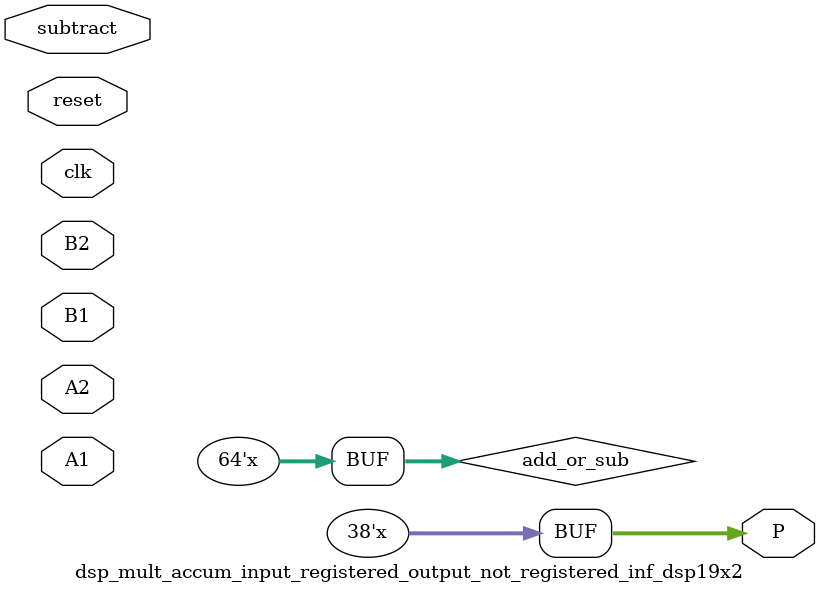
<source format=sv>
module dsp_mult_accum_input_registered_output_not_registered_inf_dsp19x2 (clk, reset, subtract, A1, A2, B1, B2, P);
	input clk, reset, subtract;
	input  [9:0] A1;
	input  [9:0] A2;
	input  [8:0] B1;
	input  [8:0] B2;
	output reg  [37:0] P;
	reg    [9:0] A1_reg;
	reg    [9:0] A2_reg;
	reg    [8:0] B1_reg;
	reg    [8:0] B2_reg;
	reg    [31:0] mult1, mult2;
	reg    [63:0] add_or_sub;

	always @(posedge clk) begin
		if(reset == 1) begin
			A1_reg <= 0;
			A2_reg <= 0;
			B1_reg <= 0;
			B2_reg <= 0;
		end
		else begin
			A1_reg <= A1;
			A2_reg <= A2;
			B1_reg <= B1;
			B2_reg <= B2;
		end
	end

	always @ (*)  begin
		mult1 <= A1_reg*B1_reg;
		mult2 <= A2_reg*B2_reg;
	end

	always @ (*)  begin
		if (subtract)
			add_or_sub = {(add_or_sub[63:0] - mult2),(add_or_sub[31:0] - mult1)};
		else
			add_or_sub = {(add_or_sub[63:0] - mult2),(add_or_sub[31:0] - mult1)};
	end

	assign P = {add_or_sub[50:32],add_or_sub[18:0]};
	
endmodule
</source>
